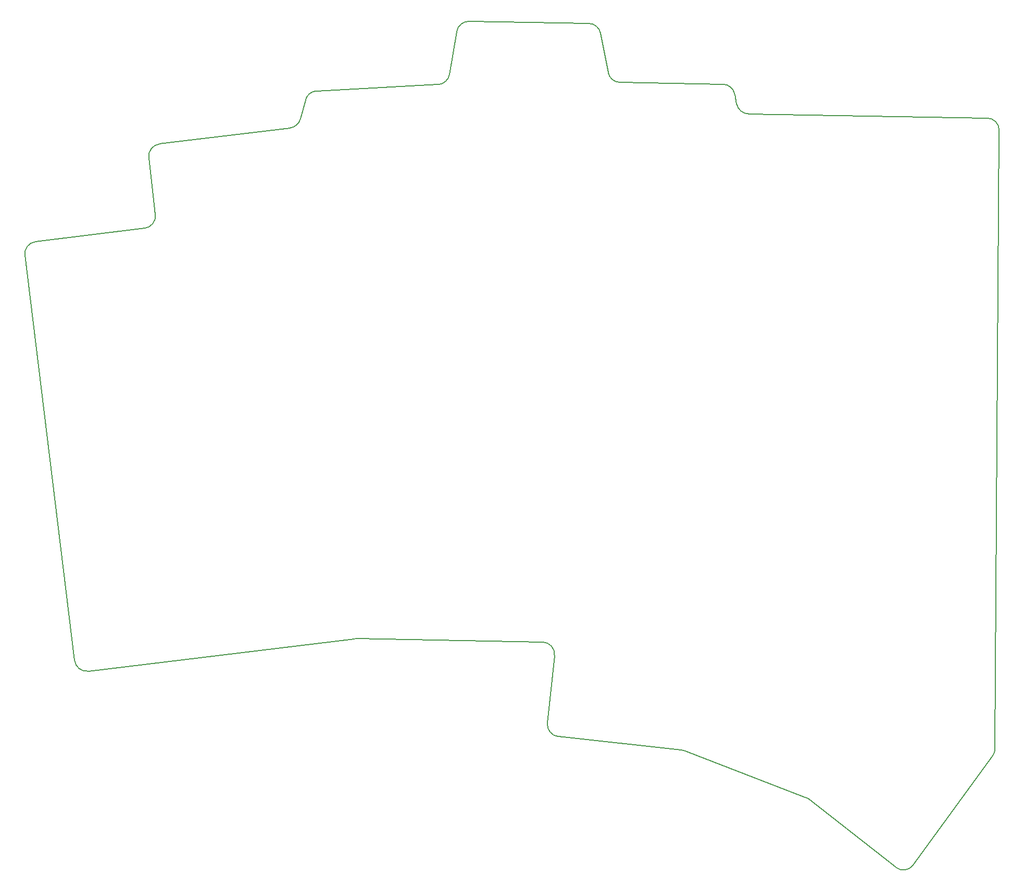
<source format=gbr>
%TF.GenerationSoftware,KiCad,Pcbnew,9.0.0*%
%TF.CreationDate,2025-03-06T12:11:22-05:00*%
%TF.ProjectId,proto1,70726f74-6f31-42e6-9b69-6361645f7063,v1.0.0*%
%TF.SameCoordinates,Original*%
%TF.FileFunction,Profile,NP*%
%FSLAX46Y46*%
G04 Gerber Fmt 4.6, Leading zero omitted, Abs format (unit mm)*
G04 Created by KiCad (PCBNEW 9.0.0) date 2025-03-06 12:11:22*
%MOMM*%
%LPD*%
G01*
G04 APERTURE LIST*
%TA.AperFunction,Profile*%
%ADD10C,0.150000*%
%TD*%
G04 APERTURE END LIST*
D10*
X132772118Y-156991527D02*
X124685820Y-91133919D01*
X126427174Y-88905088D02*
X144158992Y-86727895D01*
X145902122Y-84513996D02*
X144834700Y-75244917D01*
X146577830Y-73031018D02*
X167786356Y-70426939D01*
X169473815Y-68961920D02*
X170304929Y-65875732D01*
X172131455Y-64398547D02*
X191849772Y-63365154D01*
X193717328Y-61700038D02*
X194887235Y-54753272D01*
X196894367Y-53085720D02*
X216347114Y-53425269D01*
X218276201Y-55047162D02*
X219497006Y-61393477D01*
X221426094Y-63015370D02*
X238144582Y-63307192D01*
X240069771Y-64909351D02*
X240398198Y-66528698D01*
X242323387Y-68130857D02*
X281102793Y-68807754D01*
X283067844Y-70820751D02*
X282399612Y-171294666D01*
X282017690Y-172456935D02*
X269100290Y-190236211D01*
X266243323Y-190630686D02*
X252248995Y-179587669D01*
X251726797Y-179290554D02*
X231853827Y-171662035D01*
X231353945Y-171540987D02*
X211400246Y-169364633D01*
X209628057Y-167167367D02*
X210780559Y-156202039D01*
X208826894Y-153993295D02*
X178520013Y-153457106D01*
X178243068Y-153471435D02*
X134998777Y-158733146D01*
X124685819Y-91133919D02*
G75*
G02*
X126427174Y-88905088I1985093J243738D01*
G01*
X145902121Y-84513996D02*
G75*
G02*
X144158992Y-86727895I-1986868J-228807D01*
G01*
X144834700Y-75244918D02*
G75*
G02*
X146577830Y-73031018I1986869J228807D01*
G01*
X169473815Y-68961920D02*
G75*
G02*
X167786356Y-70426939I-1931198J520074D01*
G01*
X170304930Y-65875732D02*
G75*
G02*
X172131455Y-64398547I1931197J-520074D01*
G01*
X193717327Y-61700038D02*
G75*
G02*
X191849772Y-63365154I-1972227J332143D01*
G01*
X194887235Y-54753271D02*
G75*
G02*
X196894367Y-53085720I1972227J-332144D01*
G01*
X216347114Y-53425269D02*
G75*
G02*
X218276201Y-55047162I-34905J-1999695D01*
G01*
X221426094Y-63015369D02*
G75*
G02*
X219497006Y-61393477I34904J1999695D01*
G01*
X238144583Y-63307192D02*
G75*
G02*
X240069771Y-64909351I-34905J-1999695D01*
G01*
X242323387Y-68130858D02*
G75*
G02*
X240398198Y-66528698I34905J1999696D01*
G01*
X281102794Y-68807753D02*
G75*
G02*
X283067844Y-70820751I-34906J-1999696D01*
G01*
X282399611Y-171294666D02*
G75*
G02*
X282017690Y-172456935I-1999955J13301D01*
G01*
X269100290Y-190236210D02*
G75*
G02*
X266243323Y-190630686I-1618034J1175570D01*
G01*
X251726797Y-179290554D02*
G75*
G02*
X252248995Y-179587669I-716736J-1867161D01*
G01*
X231353945Y-171540987D02*
G75*
G02*
X231853826Y-171662035I-216854J-1988209D01*
G01*
X211400247Y-169364633D02*
G75*
G02*
X209628057Y-167167367I216854J1988209D01*
G01*
X208826893Y-153993295D02*
G75*
G02*
X210780559Y-156202039I-35378J-1999687D01*
G01*
X178243068Y-153471435D02*
G75*
G02*
X178520013Y-153457106I241566J-1985358D01*
G01*
X134998776Y-158733146D02*
G75*
G02*
X132772118Y-156991527I-241566J1985357D01*
G01*
M02*

</source>
